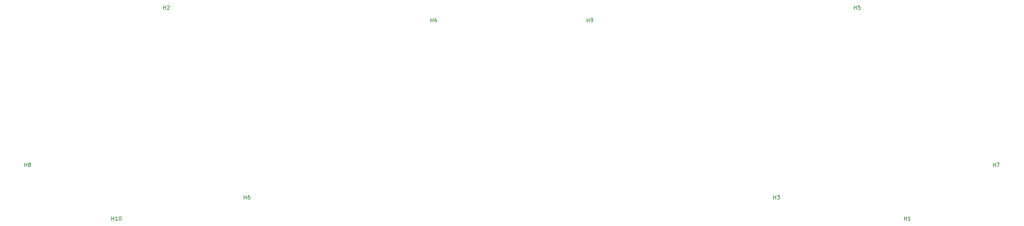
<source format=gbr>
%TF.GenerationSoftware,KiCad,Pcbnew,9.0.6*%
%TF.CreationDate,2025-12-03T21:27:50-05:00*%
%TF.ProjectId,VoyagerSplitKicad,566f7961-6765-4725-9370-6c69744b6963,rev?*%
%TF.SameCoordinates,Original*%
%TF.FileFunction,Legend,Top*%
%TF.FilePolarity,Positive*%
%FSLAX46Y46*%
G04 Gerber Fmt 4.6, Leading zero omitted, Abs format (unit mm)*
G04 Created by KiCad (PCBNEW 9.0.6) date 2025-12-03 21:27:50*
%MOMM*%
%LPD*%
G01*
G04 APERTURE LIST*
%ADD10C,0.150000*%
G04 APERTURE END LIST*
D10*
X66837095Y-148254819D02*
X66837095Y-147254819D01*
X66837095Y-147731009D02*
X67408523Y-147731009D01*
X67408523Y-148254819D02*
X67408523Y-147254819D01*
X68027571Y-147683390D02*
X67932333Y-147635771D01*
X67932333Y-147635771D02*
X67884714Y-147588152D01*
X67884714Y-147588152D02*
X67837095Y-147492914D01*
X67837095Y-147492914D02*
X67837095Y-147445295D01*
X67837095Y-147445295D02*
X67884714Y-147350057D01*
X67884714Y-147350057D02*
X67932333Y-147302438D01*
X67932333Y-147302438D02*
X68027571Y-147254819D01*
X68027571Y-147254819D02*
X68218047Y-147254819D01*
X68218047Y-147254819D02*
X68313285Y-147302438D01*
X68313285Y-147302438D02*
X68360904Y-147350057D01*
X68360904Y-147350057D02*
X68408523Y-147445295D01*
X68408523Y-147445295D02*
X68408523Y-147492914D01*
X68408523Y-147492914D02*
X68360904Y-147588152D01*
X68360904Y-147588152D02*
X68313285Y-147635771D01*
X68313285Y-147635771D02*
X68218047Y-147683390D01*
X68218047Y-147683390D02*
X68027571Y-147683390D01*
X68027571Y-147683390D02*
X67932333Y-147731009D01*
X67932333Y-147731009D02*
X67884714Y-147778628D01*
X67884714Y-147778628D02*
X67837095Y-147873866D01*
X67837095Y-147873866D02*
X67837095Y-148064342D01*
X67837095Y-148064342D02*
X67884714Y-148159580D01*
X67884714Y-148159580D02*
X67932333Y-148207200D01*
X67932333Y-148207200D02*
X68027571Y-148254819D01*
X68027571Y-148254819D02*
X68218047Y-148254819D01*
X68218047Y-148254819D02*
X68313285Y-148207200D01*
X68313285Y-148207200D02*
X68360904Y-148159580D01*
X68360904Y-148159580D02*
X68408523Y-148064342D01*
X68408523Y-148064342D02*
X68408523Y-147873866D01*
X68408523Y-147873866D02*
X68360904Y-147778628D01*
X68360904Y-147778628D02*
X68313285Y-147731009D01*
X68313285Y-147731009D02*
X68218047Y-147683390D01*
X175638095Y-109454817D02*
X175638095Y-108454817D01*
X175638095Y-108931007D02*
X176209523Y-108931007D01*
X176209523Y-109454817D02*
X176209523Y-108454817D01*
X177114285Y-108788150D02*
X177114285Y-109454817D01*
X176876190Y-108407198D02*
X176638095Y-109121483D01*
X176638095Y-109121483D02*
X177257142Y-109121483D01*
X125637093Y-156953819D02*
X125637093Y-155953819D01*
X125637093Y-156430009D02*
X126208521Y-156430009D01*
X126208521Y-156953819D02*
X126208521Y-155953819D01*
X127113283Y-155953819D02*
X126922807Y-155953819D01*
X126922807Y-155953819D02*
X126827569Y-156001438D01*
X126827569Y-156001438D02*
X126779950Y-156049057D01*
X126779950Y-156049057D02*
X126684712Y-156191914D01*
X126684712Y-156191914D02*
X126637093Y-156382390D01*
X126637093Y-156382390D02*
X126637093Y-156763342D01*
X126637093Y-156763342D02*
X126684712Y-156858580D01*
X126684712Y-156858580D02*
X126732331Y-156906200D01*
X126732331Y-156906200D02*
X126827569Y-156953819D01*
X126827569Y-156953819D02*
X127018045Y-156953819D01*
X127018045Y-156953819D02*
X127113283Y-156906200D01*
X127113283Y-156906200D02*
X127160902Y-156858580D01*
X127160902Y-156858580D02*
X127208521Y-156763342D01*
X127208521Y-156763342D02*
X127208521Y-156525247D01*
X127208521Y-156525247D02*
X127160902Y-156430009D01*
X127160902Y-156430009D02*
X127113283Y-156382390D01*
X127113283Y-156382390D02*
X127018045Y-156334771D01*
X127018045Y-156334771D02*
X126827569Y-156334771D01*
X126827569Y-156334771D02*
X126732331Y-156382390D01*
X126732331Y-156382390D02*
X126684712Y-156430009D01*
X126684712Y-156430009D02*
X126637093Y-156525247D01*
X90160905Y-162654819D02*
X90160905Y-161654819D01*
X90160905Y-162131009D02*
X90732333Y-162131009D01*
X90732333Y-162654819D02*
X90732333Y-161654819D01*
X91732333Y-162654819D02*
X91160905Y-162654819D01*
X91446619Y-162654819D02*
X91446619Y-161654819D01*
X91446619Y-161654819D02*
X91351381Y-161797676D01*
X91351381Y-161797676D02*
X91256143Y-161892914D01*
X91256143Y-161892914D02*
X91160905Y-161940533D01*
X92351381Y-161654819D02*
X92446619Y-161654819D01*
X92446619Y-161654819D02*
X92541857Y-161702438D01*
X92541857Y-161702438D02*
X92589476Y-161750057D01*
X92589476Y-161750057D02*
X92637095Y-161845295D01*
X92637095Y-161845295D02*
X92684714Y-162035771D01*
X92684714Y-162035771D02*
X92684714Y-162273866D01*
X92684714Y-162273866D02*
X92637095Y-162464342D01*
X92637095Y-162464342D02*
X92589476Y-162559580D01*
X92589476Y-162559580D02*
X92541857Y-162607200D01*
X92541857Y-162607200D02*
X92446619Y-162654819D01*
X92446619Y-162654819D02*
X92351381Y-162654819D01*
X92351381Y-162654819D02*
X92256143Y-162607200D01*
X92256143Y-162607200D02*
X92208524Y-162559580D01*
X92208524Y-162559580D02*
X92160905Y-162464342D01*
X92160905Y-162464342D02*
X92113286Y-162273866D01*
X92113286Y-162273866D02*
X92113286Y-162035771D01*
X92113286Y-162035771D02*
X92160905Y-161845295D01*
X92160905Y-161845295D02*
X92208524Y-161750057D01*
X92208524Y-161750057D02*
X92256143Y-161702438D01*
X92256143Y-161702438D02*
X92351381Y-161654819D01*
X104038093Y-106054819D02*
X104038093Y-105054819D01*
X104038093Y-105531009D02*
X104609521Y-105531009D01*
X104609521Y-106054819D02*
X104609521Y-105054819D01*
X105038093Y-105150057D02*
X105085712Y-105102438D01*
X105085712Y-105102438D02*
X105180950Y-105054819D01*
X105180950Y-105054819D02*
X105419045Y-105054819D01*
X105419045Y-105054819D02*
X105514283Y-105102438D01*
X105514283Y-105102438D02*
X105561902Y-105150057D01*
X105561902Y-105150057D02*
X105609521Y-105245295D01*
X105609521Y-105245295D02*
X105609521Y-105340533D01*
X105609521Y-105340533D02*
X105561902Y-105483390D01*
X105561902Y-105483390D02*
X104990474Y-106054819D01*
X104990474Y-106054819D02*
X105609521Y-106054819D01*
X326239095Y-148254319D02*
X326239095Y-147254319D01*
X326239095Y-147730509D02*
X326810523Y-147730509D01*
X326810523Y-148254319D02*
X326810523Y-147254319D01*
X327191476Y-147254319D02*
X327858142Y-147254319D01*
X327858142Y-147254319D02*
X327429571Y-148254319D01*
X302439095Y-162654319D02*
X302439095Y-161654319D01*
X302439095Y-162130509D02*
X303010523Y-162130509D01*
X303010523Y-162654319D02*
X303010523Y-161654319D01*
X304010523Y-162654319D02*
X303439095Y-162654319D01*
X303724809Y-162654319D02*
X303724809Y-161654319D01*
X303724809Y-161654319D02*
X303629571Y-161797176D01*
X303629571Y-161797176D02*
X303534333Y-161892414D01*
X303534333Y-161892414D02*
X303439095Y-161940033D01*
X289039095Y-106054319D02*
X289039095Y-105054319D01*
X289039095Y-105530509D02*
X289610523Y-105530509D01*
X289610523Y-106054319D02*
X289610523Y-105054319D01*
X290562904Y-105054319D02*
X290086714Y-105054319D01*
X290086714Y-105054319D02*
X290039095Y-105530509D01*
X290039095Y-105530509D02*
X290086714Y-105482890D01*
X290086714Y-105482890D02*
X290181952Y-105435271D01*
X290181952Y-105435271D02*
X290420047Y-105435271D01*
X290420047Y-105435271D02*
X290515285Y-105482890D01*
X290515285Y-105482890D02*
X290562904Y-105530509D01*
X290562904Y-105530509D02*
X290610523Y-105625747D01*
X290610523Y-105625747D02*
X290610523Y-105863842D01*
X290610523Y-105863842D02*
X290562904Y-105959080D01*
X290562904Y-105959080D02*
X290515285Y-106006700D01*
X290515285Y-106006700D02*
X290420047Y-106054319D01*
X290420047Y-106054319D02*
X290181952Y-106054319D01*
X290181952Y-106054319D02*
X290086714Y-106006700D01*
X290086714Y-106006700D02*
X290039095Y-105959080D01*
X217439095Y-109454319D02*
X217439095Y-108454319D01*
X217439095Y-108930509D02*
X218010523Y-108930509D01*
X218010523Y-109454319D02*
X218010523Y-108454319D01*
X218534333Y-109454319D02*
X218724809Y-109454319D01*
X218724809Y-109454319D02*
X218820047Y-109406700D01*
X218820047Y-109406700D02*
X218867666Y-109359080D01*
X218867666Y-109359080D02*
X218962904Y-109216223D01*
X218962904Y-109216223D02*
X219010523Y-109025747D01*
X219010523Y-109025747D02*
X219010523Y-108644795D01*
X219010523Y-108644795D02*
X218962904Y-108549557D01*
X218962904Y-108549557D02*
X218915285Y-108501938D01*
X218915285Y-108501938D02*
X218820047Y-108454319D01*
X218820047Y-108454319D02*
X218629571Y-108454319D01*
X218629571Y-108454319D02*
X218534333Y-108501938D01*
X218534333Y-108501938D02*
X218486714Y-108549557D01*
X218486714Y-108549557D02*
X218439095Y-108644795D01*
X218439095Y-108644795D02*
X218439095Y-108882890D01*
X218439095Y-108882890D02*
X218486714Y-108978128D01*
X218486714Y-108978128D02*
X218534333Y-109025747D01*
X218534333Y-109025747D02*
X218629571Y-109073366D01*
X218629571Y-109073366D02*
X218820047Y-109073366D01*
X218820047Y-109073366D02*
X218915285Y-109025747D01*
X218915285Y-109025747D02*
X218962904Y-108978128D01*
X218962904Y-108978128D02*
X219010523Y-108882890D01*
X267439095Y-156954319D02*
X267439095Y-155954319D01*
X267439095Y-156430509D02*
X268010523Y-156430509D01*
X268010523Y-156954319D02*
X268010523Y-155954319D01*
X268391476Y-155954319D02*
X269010523Y-155954319D01*
X269010523Y-155954319D02*
X268677190Y-156335271D01*
X268677190Y-156335271D02*
X268820047Y-156335271D01*
X268820047Y-156335271D02*
X268915285Y-156382890D01*
X268915285Y-156382890D02*
X268962904Y-156430509D01*
X268962904Y-156430509D02*
X269010523Y-156525747D01*
X269010523Y-156525747D02*
X269010523Y-156763842D01*
X269010523Y-156763842D02*
X268962904Y-156859080D01*
X268962904Y-156859080D02*
X268915285Y-156906700D01*
X268915285Y-156906700D02*
X268820047Y-156954319D01*
X268820047Y-156954319D02*
X268534333Y-156954319D01*
X268534333Y-156954319D02*
X268439095Y-156906700D01*
X268439095Y-156906700D02*
X268391476Y-156859080D01*
M02*

</source>
